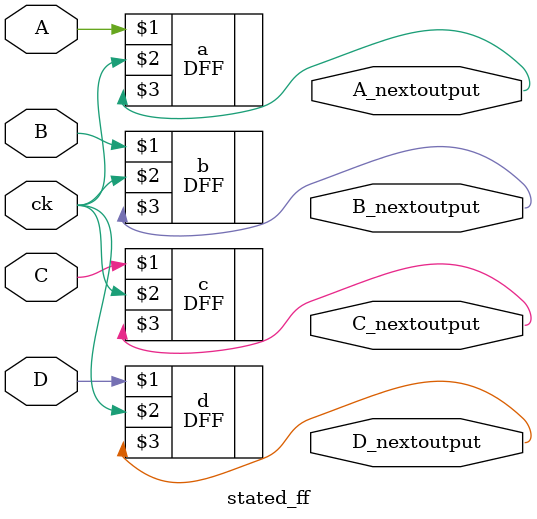
<source format=v>
`timescale 1ns / 1ps
module stated_ff(A, B, C, D, ck, A_nextoutput, B_nextoutput, C_nextoutput, D_nextoutput);
    input A, B, C, D, ck;
    output A_nextoutput, B_nextoutput, C_nextoutput, D_nextoutput;
    
    DFF a(A, ck, A_nextoutput);
    DFF b(B, ck, B_nextoutput);
    DFF c(C, ck, C_nextoutput);
    DFF d(D, ck, D_nextoutput);
endmodule

</source>
